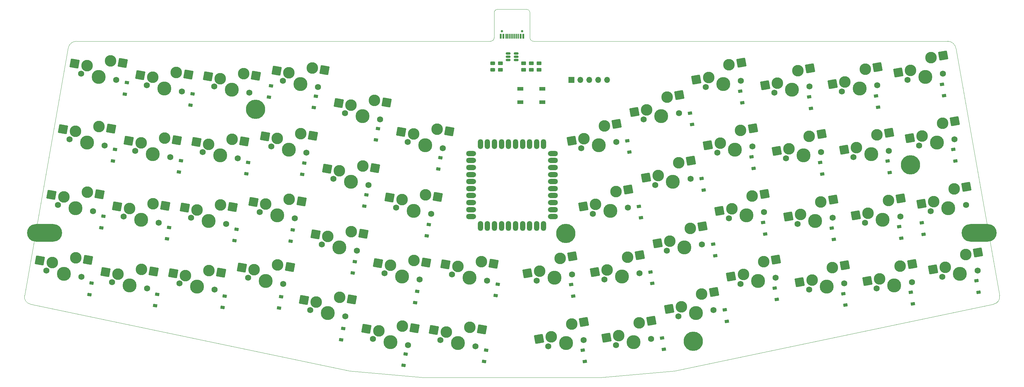
<source format=gbs>
G04 #@! TF.GenerationSoftware,KiCad,Pcbnew,(6.99.0-1912-g359c99991b)*
G04 #@! TF.CreationDate,2022-08-15T14:05:59+07:00*
G04 #@! TF.ProjectId,atreus52,61747265-7573-4353-922e-6b696361645f,1*
G04 #@! TF.SameCoordinates,Original*
G04 #@! TF.FileFunction,Soldermask,Bot*
G04 #@! TF.FilePolarity,Negative*
%FSLAX46Y46*%
G04 Gerber Fmt 4.6, Leading zero omitted, Abs format (unit mm)*
G04 Created by KiCad (PCBNEW (6.99.0-1912-g359c99991b)) date 2022-08-15 14:05:59*
%MOMM*%
%LPD*%
G01*
G04 APERTURE LIST*
G04 Aperture macros list*
%AMRoundRect*
0 Rectangle with rounded corners*
0 $1 Rounding radius*
0 $2 $3 $4 $5 $6 $7 $8 $9 X,Y pos of 4 corners*
0 Add a 4 corners polygon primitive as box body*
4,1,4,$2,$3,$4,$5,$6,$7,$8,$9,$2,$3,0*
0 Add four circle primitives for the rounded corners*
1,1,$1+$1,$2,$3*
1,1,$1+$1,$4,$5*
1,1,$1+$1,$6,$7*
1,1,$1+$1,$8,$9*
0 Add four rect primitives between the rounded corners*
20,1,$1+$1,$2,$3,$4,$5,0*
20,1,$1+$1,$4,$5,$6,$7,0*
20,1,$1+$1,$6,$7,$8,$9,0*
20,1,$1+$1,$8,$9,$2,$3,0*%
%AMRotRect*
0 Rectangle, with rotation*
0 The origin of the aperture is its center*
0 $1 length*
0 $2 width*
0 $3 Rotation angle, in degrees counterclockwise*
0 Add horizontal line*
21,1,$1,$2,0,0,$3*%
G04 Aperture macros list end*
%ADD10RoundRect,0.150000X0.512500X0.150000X-0.512500X0.150000X-0.512500X-0.150000X0.512500X-0.150000X0*%
%ADD11O,10.000000X5.000000*%
%ADD12R,1.700000X1.000000*%
%ADD13C,5.500000*%
%ADD14C,1.750000*%
%ADD15C,3.987800*%
%ADD16C,3.300000*%
%ADD17RoundRect,0.250000X0.835780X1.162797X-1.183076X0.806818X-0.835780X-1.162797X1.183076X-0.806818X0*%
%ADD18RotRect,0.900000X1.200000X80.000000*%
%ADD19RoundRect,0.250000X0.450000X-0.262500X0.450000X0.262500X-0.450000X0.262500X-0.450000X-0.262500X0*%
%ADD20RoundRect,0.250000X1.183076X0.806818X-0.835780X1.162797X-1.183076X-0.806818X0.835780X-1.162797X0*%
%ADD21RotRect,0.900000X1.200000X100.000000*%
%ADD22C,0.650000*%
%ADD23R,0.600000X1.450000*%
%ADD24R,0.300000X1.450000*%
%ADD25RoundRect,0.250000X-0.450000X0.262500X-0.450000X-0.262500X0.450000X-0.262500X0.450000X0.262500X0*%
%ADD26O,1.700000X1.700000*%
%ADD27R,1.700000X1.700000*%
%ADD28RoundRect,0.243750X-0.456250X0.243750X-0.456250X-0.243750X0.456250X-0.243750X0.456250X0.243750X0*%
%ADD29C,1.500000*%
%ADD30O,2.800000X1.500000*%
%ADD31O,1.500000X2.800000*%
G04 #@! TA.AperFunction,Profile*
%ADD32C,0.100000*%
G04 #@! TD*
G04 APERTURE END LIST*
D10*
X137762500Y-3450000D03*
X137762500Y-4400000D03*
X137762500Y-5350000D03*
X140037500Y-5350000D03*
X140037500Y-4400000D03*
X140037500Y-3450000D03*
D11*
X271999999Y-54599999D03*
X5699999Y-54599999D03*
D12*
X147549999Y-13599999D03*
X141249999Y-13599999D03*
X147549999Y-17399999D03*
X141249999Y-17399999D03*
D13*
X252400000Y-35200000D03*
X190500160Y-85525000D03*
X154200000Y-54800000D03*
X65800000Y-19400000D03*
D14*
X186426632Y-20502424D03*
D15*
X181423809Y-21384557D03*
D14*
X176420986Y-22266690D03*
D16*
X177230625Y-19544745D03*
D17*
X173734558Y-20161196D03*
X186539155Y-15324216D03*
D16*
X183043088Y-15940667D03*
D18*
X96813480Y-46999865D03*
X97386518Y-43749999D03*
D19*
X146600000Y-8112500D03*
X146600000Y-6287500D03*
D14*
X19498776Y-48467839D03*
D15*
X14495953Y-47585706D03*
D14*
X9493130Y-46703573D03*
D16*
X11184902Y-44422695D03*
D20*
X7688834Y-43806244D03*
X21375565Y-43640400D03*
D16*
X17879497Y-43023949D03*
D21*
X214286518Y-73624932D03*
X213713480Y-70375066D03*
D14*
X233573624Y-69053028D03*
D15*
X228570801Y-69935161D03*
D14*
X223567978Y-70817294D03*
D16*
X224377617Y-68095349D03*
D17*
X220881550Y-68711800D03*
X233686147Y-63874820D03*
D16*
X230190080Y-64491271D03*
D18*
X75813480Y-57024932D03*
X76386518Y-53775066D03*
X108013480Y-92424932D03*
X108586518Y-89175066D03*
D14*
X242907970Y-12574094D03*
D15*
X237905147Y-13456227D03*
D14*
X232902324Y-14338360D03*
D16*
X233711963Y-11616415D03*
D17*
X230215896Y-12232866D03*
X243020493Y-7395886D03*
D16*
X239524426Y-8012337D03*
D21*
X182186518Y-87824932D03*
X181613480Y-84575066D03*
X175586518Y-50324932D03*
X175013480Y-47075066D03*
D14*
X189725947Y-39213771D03*
D15*
X184723124Y-40095904D03*
D14*
X179720301Y-40978037D03*
D16*
X180529940Y-38256092D03*
D17*
X177033873Y-38872543D03*
X189838470Y-34035563D03*
D16*
X186342403Y-34652014D03*
D21*
X224086518Y-19124932D03*
X223513480Y-15875066D03*
D14*
X101290092Y-22272790D03*
D15*
X96287269Y-21390657D03*
D14*
X91284446Y-20508524D03*
D16*
X92976218Y-18227646D03*
D20*
X89480150Y-17611195D03*
X103166881Y-17445351D03*
D16*
X99670813Y-16828900D03*
D21*
X204486518Y-17524932D03*
X203913480Y-14275066D03*
X193486518Y-42424932D03*
X192913480Y-39175066D03*
X200086518Y-79824932D03*
X199513480Y-76575066D03*
D18*
X114613480Y-55474932D03*
X115186518Y-52225066D03*
D14*
X80321319Y-31775975D03*
D15*
X75318496Y-30893842D03*
D14*
X70315673Y-30011709D03*
D16*
X72007445Y-27730831D03*
D20*
X68511377Y-27114380D03*
X82198108Y-26948536D03*
D16*
X78702040Y-26332085D03*
D14*
X34910808Y-70478501D03*
D15*
X29907985Y-69596368D03*
D14*
X24905162Y-68714235D03*
D16*
X26596934Y-66433357D03*
D20*
X23100866Y-65816906D03*
X36787597Y-65651062D03*
D16*
X33291529Y-65034611D03*
D18*
X82413480Y-18924932D03*
X82986518Y-15675066D03*
D22*
X136010000Y2835000D03*
X141790000Y2835000D03*
D23*
X135674999Y1389999D03*
X136449999Y1389999D03*
D24*
X137149999Y1389999D03*
X137649999Y1389999D03*
X138149999Y1389999D03*
X138649999Y1389999D03*
X139149999Y1389999D03*
X139649999Y1389999D03*
X140149999Y1389999D03*
X140649999Y1389999D03*
D23*
X141349999Y1389999D03*
X142124999Y1389999D03*
D21*
X178886518Y-69024932D03*
X178313480Y-65775066D03*
D14*
X178481472Y-84859820D03*
D15*
X173478649Y-85741953D03*
D14*
X168475826Y-86624086D03*
D16*
X169285465Y-83902141D03*
D17*
X165789398Y-84518592D03*
X178593995Y-79681612D03*
D16*
X175097928Y-80298063D03*
D14*
X83620634Y-13064628D03*
D15*
X78617811Y-12182495D03*
D14*
X73614988Y-11300362D03*
D16*
X75306760Y-9019484D03*
D20*
X71810692Y-8403033D03*
X85497423Y-8237189D03*
D16*
X82001355Y-7620738D03*
D14*
X26097407Y-11045144D03*
D15*
X21094584Y-10163011D03*
D14*
X16091761Y-9280878D03*
D16*
X17783533Y-7000000D03*
D20*
X14287465Y-6383549D03*
X27974196Y-6217705D03*
D16*
X24478128Y-5601254D03*
D18*
X79113480Y-37974932D03*
X79686518Y-34725066D03*
X93513480Y-66049865D03*
X94086518Y-62799999D03*
D14*
X226974994Y-31630333D03*
D15*
X221972171Y-32512466D03*
D14*
X216969348Y-33394599D03*
D16*
X217778987Y-30672654D03*
D17*
X214282920Y-31289105D03*
X227087517Y-26452125D03*
D16*
X223591450Y-27068576D03*
D14*
X22798091Y-29756491D03*
D15*
X17795268Y-28874358D03*
D14*
X12792445Y-27992225D03*
D16*
X14484217Y-25711347D03*
D20*
X10988149Y-25094896D03*
X24674880Y-24929052D03*
D16*
X21178812Y-24312601D03*
D21*
X243186518Y-18824932D03*
X242613480Y-15575066D03*
D25*
X142200000Y-6287500D03*
X142200000Y-8112500D03*
D19*
X135600000Y-6287500D03*
X135600000Y-8112500D03*
D26*
X165959999Y-10999999D03*
X163419999Y-10999999D03*
X160879999Y-10999999D03*
X158339999Y-10999999D03*
D27*
X155799999Y-10999999D03*
D21*
X172286518Y-31624932D03*
X171713480Y-28375066D03*
D28*
X133400000Y-8137500D03*
X133400000Y-6262500D03*
D18*
X59793480Y-56824932D03*
X60366518Y-53575066D03*
D21*
X190186518Y-23724932D03*
X189613480Y-20475066D03*
D14*
X128467139Y-86958139D03*
D15*
X123464316Y-86076006D03*
D14*
X118461493Y-85193873D03*
D16*
X120153265Y-82912995D03*
D20*
X116657197Y-82296544D03*
X130343928Y-82130700D03*
D16*
X126847860Y-81514249D03*
D14*
X91392146Y-78406832D03*
D15*
X86389323Y-77524699D03*
D14*
X81386500Y-76642566D03*
D16*
X83078272Y-74361688D03*
D20*
X79582204Y-73745237D03*
X93268935Y-73579393D03*
D16*
X89772867Y-72962942D03*
D25*
X144400000Y-6287500D03*
X144400000Y-8112500D03*
D21*
X230586518Y-56524932D03*
X230013480Y-53275066D03*
D14*
X193025263Y-57925119D03*
D15*
X188022440Y-58807252D03*
D14*
X183019617Y-59689385D03*
D16*
X183829256Y-56967440D03*
D17*
X180333189Y-57583891D03*
X193137786Y-52746911D03*
D16*
X189641719Y-53363362D03*
D14*
X204096090Y-11294262D03*
D15*
X199093267Y-12176395D03*
D14*
X194090444Y-13058528D03*
D16*
X194900083Y-10336583D03*
D17*
X191404016Y-10953034D03*
X204208613Y-6116054D03*
D16*
X200712546Y-6732505D03*
D14*
X94691461Y-59695485D03*
D15*
X89688638Y-58813352D03*
D14*
X84685815Y-57931219D03*
D16*
X86377587Y-55650341D03*
D20*
X82881519Y-55033890D03*
X96568250Y-54868046D03*
D16*
X93072182Y-54251595D03*
D14*
X159254933Y-85193873D03*
D15*
X154252110Y-86076006D03*
D14*
X149249287Y-86958139D03*
D16*
X150058926Y-84236194D03*
D17*
X146562859Y-84852645D03*
X159367456Y-80015665D03*
D16*
X155871389Y-80632116D03*
D21*
X159586518Y-91324932D03*
X159013480Y-88075066D03*
D14*
X54143100Y-70823393D03*
D15*
X49140277Y-69941260D03*
D14*
X44137454Y-69059127D03*
D16*
X45829226Y-66778249D03*
D20*
X42333158Y-66161798D03*
X56019889Y-65995954D03*
D16*
X52523821Y-65379503D03*
D14*
X38210123Y-51767154D03*
D15*
X33207300Y-50885021D03*
D14*
X28204477Y-50002888D03*
D16*
X29896249Y-47722010D03*
D20*
X26400181Y-47105559D03*
X40086912Y-46939715D03*
D16*
X36590844Y-46323264D03*
D14*
X77022003Y-50487323D03*
D15*
X72019180Y-49605190D03*
D14*
X67016357Y-48723057D03*
D16*
X68708129Y-46442179D03*
D20*
X65212061Y-45825728D03*
X78898792Y-45659884D03*
D16*
X75402724Y-45043433D03*
D14*
X109235252Y-86630186D03*
D15*
X104232429Y-85748053D03*
D14*
X99229606Y-84865920D03*
D16*
X100921378Y-82585042D03*
D20*
X97425310Y-81968591D03*
X111112041Y-81802747D03*
D16*
X107615973Y-81186296D03*
D14*
X131764451Y-68258139D03*
D15*
X126761628Y-67376006D03*
D14*
X121758805Y-66493873D03*
D16*
X123450577Y-64212995D03*
D20*
X119954509Y-63596544D03*
X133641240Y-63430700D03*
D16*
X130145172Y-62814249D03*
D14*
X196324578Y-76636466D03*
D15*
X191321755Y-77518599D03*
D14*
X186318932Y-78400732D03*
D16*
X187128571Y-75678787D03*
D17*
X183632504Y-76295238D03*
X196437101Y-71458258D03*
D16*
X192941034Y-72074709D03*
D14*
X57442415Y-52112046D03*
D15*
X52439592Y-51229913D03*
D14*
X47436769Y-50347780D03*
D16*
X49128541Y-48066902D03*
D20*
X45632473Y-47450451D03*
X59319204Y-47284607D03*
D16*
X55823136Y-46668156D03*
D14*
X207395405Y-30005610D03*
D15*
X202392582Y-30887743D03*
D14*
X197389759Y-31769876D03*
D16*
X198199398Y-29047931D03*
D17*
X194703331Y-29664382D03*
X207507928Y-24827402D03*
D16*
X204011861Y-25443853D03*
D21*
X246486518Y-37424932D03*
X245913480Y-34175066D03*
X271786518Y-71524932D03*
X271213480Y-68275066D03*
D14*
X115833883Y-49207491D03*
D15*
X110831060Y-48325358D03*
D14*
X105828237Y-47443225D03*
D16*
X107520009Y-45162347D03*
D20*
X104023941Y-44545896D03*
X117710672Y-44380052D03*
D16*
X114214604Y-43763601D03*
D18*
X37238480Y-75374932D03*
X37811518Y-72125066D03*
D21*
X253086518Y-74824932D03*
X252513480Y-71575066D03*
D14*
X16199460Y-67179186D03*
D15*
X11196637Y-66297053D03*
D14*
X6193814Y-65414920D03*
D16*
X7885586Y-63134042D03*
D20*
X4389518Y-62517591D03*
X18076249Y-62351747D03*
D16*
X14580181Y-61735296D03*
D14*
X60741730Y-33400699D03*
D15*
X55738907Y-32518566D03*
D14*
X50736084Y-31636433D03*
D16*
X52427856Y-29355555D03*
D20*
X48931788Y-28739104D03*
X62618519Y-28573260D03*
D16*
X59122451Y-27956809D03*
D14*
X230274309Y-50341680D03*
D15*
X225271486Y-51223813D03*
D14*
X220268663Y-52105946D03*
D16*
X221078302Y-49384001D03*
D17*
X217582235Y-50000452D03*
X230386832Y-45163472D03*
D16*
X226890765Y-45779923D03*
D18*
X90213480Y-85099865D03*
X90786518Y-81849999D03*
D14*
X271517264Y-65408820D03*
D15*
X266514441Y-66290953D03*
D14*
X261511618Y-67173086D03*
D16*
X262321257Y-64451141D03*
D17*
X258825190Y-65067592D03*
X271629787Y-60230612D03*
D16*
X268133720Y-60847063D03*
D14*
X252805916Y-68708135D03*
D15*
X247803093Y-69590268D03*
D14*
X242800270Y-70472401D03*
D16*
X243609909Y-67750456D03*
D17*
X240113842Y-68366907D03*
X252918439Y-63529927D03*
D16*
X249422372Y-64146378D03*
D21*
X210986518Y-54924932D03*
X210413480Y-51675066D03*
D18*
X18513480Y-72199865D03*
X19086518Y-68949999D03*
D14*
X44808754Y-14344459D03*
D15*
X39805931Y-13462326D03*
D14*
X34803108Y-12580193D03*
D16*
X36494880Y-10299315D03*
D20*
X32998812Y-9682864D03*
X46685543Y-9517020D03*
D16*
X43189475Y-8900569D03*
D21*
X249786518Y-56124932D03*
X249213480Y-52875066D03*
D14*
X246207285Y-31285441D03*
D15*
X241204462Y-32167574D03*
D14*
X236201639Y-33049707D03*
D16*
X237011278Y-30327762D03*
D17*
X233515211Y-30944213D03*
X246319808Y-26107233D03*
D16*
X242823741Y-26723684D03*
D14*
X155957635Y-66493873D03*
D15*
X150954812Y-67376006D03*
D14*
X145951989Y-68258139D03*
D16*
X146761628Y-65536194D03*
D17*
X143265561Y-66152645D03*
X156070158Y-61315665D03*
D16*
X152574091Y-61932116D03*
D18*
X117926961Y-36424932D03*
X118499999Y-33175066D03*
D14*
X112534568Y-67918839D03*
D15*
X107531745Y-67036706D03*
D14*
X102528922Y-66154573D03*
D16*
X104220694Y-63873695D03*
D20*
X100724626Y-63257244D03*
X114411357Y-63091400D03*
D16*
X110915289Y-62474949D03*
D21*
X227286518Y-37824932D03*
X226713480Y-34575066D03*
X196786518Y-61124932D03*
X196213480Y-57875066D03*
X261986518Y-15524932D03*
X261413480Y-12275066D03*
X256186518Y-55024932D03*
X255613480Y-51775066D03*
D18*
X134213480Y-72524932D03*
X134786518Y-69275066D03*
X28576961Y-15049865D03*
X29149999Y-11799999D03*
D21*
X265186518Y-34124932D03*
X264613480Y-30875066D03*
D18*
X72513480Y-76074932D03*
X73086518Y-72825066D03*
D21*
X156286518Y-72624932D03*
X155713480Y-69375066D03*
D18*
X21863480Y-53149865D03*
X22436518Y-49899999D03*
D14*
X171882841Y-47437126D03*
D15*
X166880018Y-48319259D03*
D14*
X161877195Y-49201392D03*
D16*
X162686834Y-46479447D03*
D17*
X159190767Y-47095898D03*
X171995364Y-42258918D03*
D16*
X168499297Y-42875369D03*
D18*
X43963480Y-37274932D03*
X44536518Y-34025066D03*
X100113480Y-28124932D03*
X100686518Y-24875066D03*
D14*
X73722688Y-69198670D03*
D15*
X68719865Y-68316537D03*
D14*
X63717042Y-67434404D03*
D16*
X65408814Y-65153526D03*
D20*
X61912746Y-64537075D03*
X75599477Y-64371231D03*
D16*
X72103409Y-63754780D03*
D21*
X207686518Y-36224932D03*
X207113480Y-32975066D03*
D14*
X41509439Y-33055807D03*
D15*
X36506616Y-32173674D03*
D14*
X31503793Y-31291541D03*
D16*
X33195565Y-29010663D03*
D20*
X29699497Y-28394212D03*
X43386228Y-28228368D03*
D16*
X39890160Y-27611917D03*
D21*
X233886518Y-75224932D03*
X233313480Y-71975066D03*
D18*
X130913480Y-91324932D03*
X131486518Y-88075066D03*
X25213480Y-34099865D03*
X25786518Y-30849999D03*
D14*
X249506601Y-49996788D03*
D15*
X244503778Y-50878921D03*
D14*
X239500955Y-51761054D03*
D16*
X240310594Y-49039109D03*
D17*
X236814527Y-49655560D03*
X249619124Y-44818580D03*
D16*
X246123057Y-45435031D03*
D14*
X97990777Y-40984137D03*
D15*
X92987954Y-40102004D03*
D14*
X87985131Y-39219871D03*
D16*
X89676903Y-36938993D03*
D20*
X86180835Y-36322542D03*
X99867566Y-36156698D03*
D16*
X96371498Y-35540247D03*
D14*
X168583525Y-28725778D03*
D15*
X163580702Y-29607911D03*
D14*
X158577879Y-30490044D03*
D16*
X159387518Y-27768099D03*
D17*
X155891451Y-28384550D03*
X168696048Y-23547570D03*
D16*
X165199981Y-24164021D03*
D18*
X56438480Y-75874932D03*
X57011518Y-72625066D03*
X40588480Y-56324932D03*
X41161518Y-53075066D03*
D14*
X119133199Y-30496144D03*
D15*
X114130376Y-29614011D03*
D14*
X109127553Y-28731878D03*
D16*
X110819325Y-26451000D03*
D20*
X107323257Y-25834549D03*
X121009988Y-25668705D03*
D16*
X117513920Y-25052254D03*
D14*
X175182156Y-66148473D03*
D15*
X170179333Y-67030606D03*
D14*
X165176510Y-67912739D03*
D16*
X165986149Y-65190794D03*
D17*
X162490082Y-65807245D03*
X175294679Y-60970265D03*
D16*
X171798612Y-61586716D03*
D18*
X69613480Y-15924932D03*
X70186518Y-12675066D03*
D14*
X213994036Y-67428304D03*
D15*
X208991213Y-68310437D03*
D14*
X203988390Y-69192570D03*
D16*
X204798029Y-66470625D03*
D17*
X201301962Y-67087076D03*
X214106559Y-62250096D03*
D16*
X210610492Y-62866547D03*
D29*
X149894050Y-32000000D03*
D30*
X150594049Y-31999999D03*
D29*
X149894050Y-34000000D03*
D30*
X150594049Y-33999999D03*
D29*
X149894050Y-36000000D03*
D30*
X150594049Y-35999999D03*
D29*
X149894050Y-38000000D03*
D30*
X150594049Y-37999999D03*
D29*
X149894050Y-40000000D03*
D30*
X150594049Y-39999999D03*
D29*
X149894050Y-42000000D03*
D30*
X150594049Y-41999999D03*
D29*
X149894050Y-44000000D03*
D30*
X150594049Y-43999999D03*
D29*
X149894050Y-46000000D03*
D30*
X150594049Y-45999999D03*
D29*
X149894050Y-48000000D03*
D30*
X150594049Y-47999999D03*
D29*
X149894050Y-50000000D03*
D30*
X150594049Y-49999999D03*
D29*
X147894050Y-52000000D03*
D31*
X147894049Y-52699999D03*
D29*
X145894050Y-52000000D03*
D31*
X145894049Y-52699999D03*
D29*
X143894050Y-52000000D03*
D31*
X143894049Y-52699999D03*
D29*
X141894050Y-52000000D03*
D31*
X141894049Y-52699999D03*
D29*
X139894050Y-52000000D03*
D31*
X139894049Y-52699999D03*
D29*
X137894050Y-52000000D03*
D31*
X137894049Y-52699999D03*
D29*
X135894050Y-52000000D03*
D31*
X135894049Y-52699999D03*
D29*
X133894050Y-52000000D03*
D31*
X133894049Y-52699999D03*
D29*
X131894050Y-52000000D03*
D31*
X131894049Y-52699999D03*
D29*
X129894050Y-52000000D03*
D31*
X129894049Y-52699999D03*
D29*
X127894050Y-50000000D03*
D30*
X127194049Y-49999999D03*
D29*
X127894050Y-48000000D03*
D30*
X127194049Y-47999999D03*
D29*
X127894050Y-46000000D03*
D30*
X127194049Y-45999999D03*
D29*
X127894050Y-44000000D03*
D30*
X127194049Y-43999999D03*
D29*
X127894050Y-42000000D03*
D30*
X127194049Y-41999999D03*
D29*
X127894050Y-40000000D03*
D30*
X127194049Y-39999999D03*
D29*
X127894050Y-38000000D03*
D30*
X127194049Y-37999999D03*
D29*
X127894050Y-36000000D03*
D30*
X127194049Y-35999999D03*
D29*
X127894050Y-34000000D03*
D30*
X127194049Y-33999999D03*
D29*
X127894050Y-32000000D03*
D30*
X127194049Y-31999999D03*
D29*
X129894050Y-30000000D03*
D31*
X129894049Y-29299999D03*
D29*
X131894050Y-30000000D03*
D31*
X131894049Y-29299999D03*
D29*
X133894050Y-30000000D03*
D31*
X133894049Y-29299999D03*
D29*
X135894050Y-30000000D03*
D31*
X135894049Y-29299999D03*
D29*
X137894050Y-30000000D03*
D31*
X137894049Y-29299999D03*
D29*
X139894050Y-30000000D03*
D31*
X139894049Y-29299999D03*
D29*
X141894050Y-30000000D03*
D31*
X141894049Y-29299999D03*
D29*
X143894050Y-30000000D03*
D31*
X143894049Y-29299999D03*
D29*
X145894050Y-30000000D03*
D31*
X145894049Y-29299999D03*
D29*
X147894050Y-30000000D03*
D31*
X147894049Y-29299999D03*
D14*
X210694721Y-48716957D03*
D15*
X205691898Y-49599090D03*
D14*
X200689075Y-50481223D03*
D16*
X201498714Y-47759278D03*
D17*
X198002647Y-48375729D03*
X210807244Y-43538749D03*
D16*
X207311177Y-44155200D03*
D14*
X64041046Y-14689352D03*
D15*
X59038223Y-13807219D03*
D14*
X54035400Y-12925086D03*
D16*
X55727172Y-10644208D03*
D20*
X52231104Y-10027757D03*
X65917835Y-9861913D03*
D16*
X62421767Y-9245462D03*
D14*
X261619317Y-9274778D03*
D15*
X256616494Y-10156911D03*
D14*
X251613671Y-11039044D03*
D16*
X252423310Y-8317099D03*
D17*
X248927243Y-8933550D03*
X261731840Y-4096570D03*
D16*
X258235773Y-4713021D03*
D14*
X223675678Y-12918986D03*
D15*
X218672855Y-13801119D03*
D14*
X213670032Y-14683252D03*
D16*
X214479671Y-11961307D03*
D17*
X210983604Y-12577758D03*
X223788201Y-7740778D03*
D16*
X220292134Y-8357229D03*
D14*
X264918633Y-27986125D03*
D15*
X259915810Y-28868258D03*
D14*
X254912987Y-29750391D03*
D16*
X255722626Y-27028446D03*
D17*
X252226559Y-27644897D03*
X265031156Y-22807917D03*
D16*
X261535089Y-23424368D03*
D18*
X63163480Y-37774932D03*
X63736518Y-34525066D03*
X111313480Y-74524932D03*
X111886518Y-71275066D03*
D14*
X268217948Y-46697473D03*
D15*
X263215125Y-47579606D03*
D14*
X258212302Y-48461739D03*
D16*
X259021941Y-45739794D03*
D17*
X255525874Y-46356245D03*
X268330471Y-41519265D03*
D16*
X264834404Y-42135716D03*
D18*
X47313480Y-18224932D03*
X47886518Y-14975066D03*
D32*
X0Y-72501716D02*
X12430657Y-2001308D01*
X133800000Y1000000D02*
X133800000Y8100000D01*
X132800000Y0D02*
G75*
G03*
X133800000Y1000000I0J1000000D01*
G01*
X132800000Y0D02*
X14783533Y0D01*
X134800000Y9100000D02*
X143000000Y9100000D01*
X144000000Y8100000D02*
G75*
G03*
X143000000Y9100000I-1000000J0D01*
G01*
X265366904Y-2046589D02*
X277788105Y-72501716D01*
X113653555Y-95890982D02*
X92634552Y-94000000D01*
X164134552Y-95890982D02*
X113653555Y-95890982D01*
X265366831Y-2046599D02*
G75*
G03*
X263052313Y-1I-2359831J-336701D01*
G01*
X92634552Y-94000000D02*
X1648394Y-74923177D01*
X145000000Y0D02*
X263052313Y0D01*
X1Y-72501716D02*
G75*
G03*
X1648394Y-74923176I1999134J-410899D01*
G01*
X276139704Y-74923135D02*
G75*
G03*
X277788104Y-72501716I-350704J2010535D01*
G01*
X14783533Y-4D02*
G75*
G03*
X12430658Y-2001308I587J-2384446D01*
G01*
X144000000Y1000000D02*
G75*
G03*
X145000000Y0I1000000J0D01*
G01*
X276139711Y-74923177D02*
X185153553Y-94000000D01*
X144000000Y8100000D02*
X144000000Y1000000D01*
X185153553Y-94000000D02*
X164134552Y-95890982D01*
X134800000Y9100000D02*
G75*
G03*
X133800000Y8100000I0J-1000000D01*
G01*
M02*

</source>
